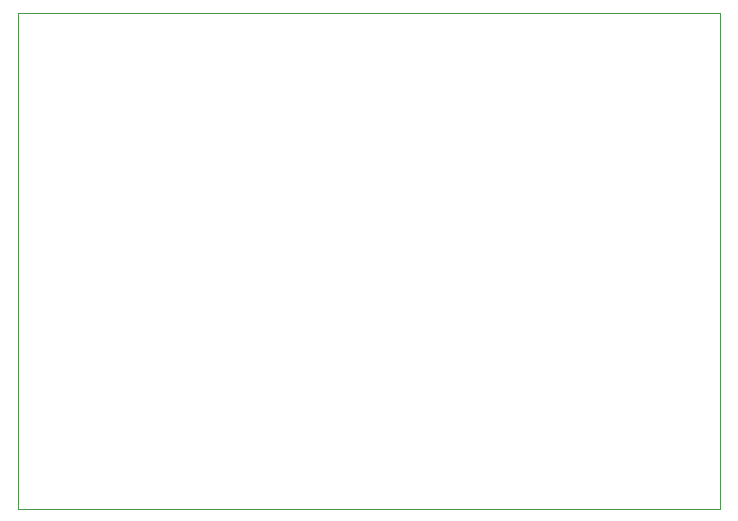
<source format=gbr>
G04 #@! TF.FileFunction,Profile,NP*
%FSLAX46Y46*%
G04 Gerber Fmt 4.6, Leading zero omitted, Abs format (unit mm)*
G04 Created by KiCad (PCBNEW 4.0.4-stable) date Tue Feb 14 10:30:05 2017*
%MOMM*%
%LPD*%
G01*
G04 APERTURE LIST*
%ADD10C,0.250000*%
%ADD11C,0.001000*%
G04 APERTURE END LIST*
D10*
D11*
X159500000Y-50000000D02*
X159500000Y-92000000D01*
X100000000Y-50000000D02*
X100000000Y-92000000D01*
X100000000Y-92000000D02*
X159500000Y-92000000D01*
X100000000Y-50000000D02*
X159500000Y-50000000D01*
M02*

</source>
